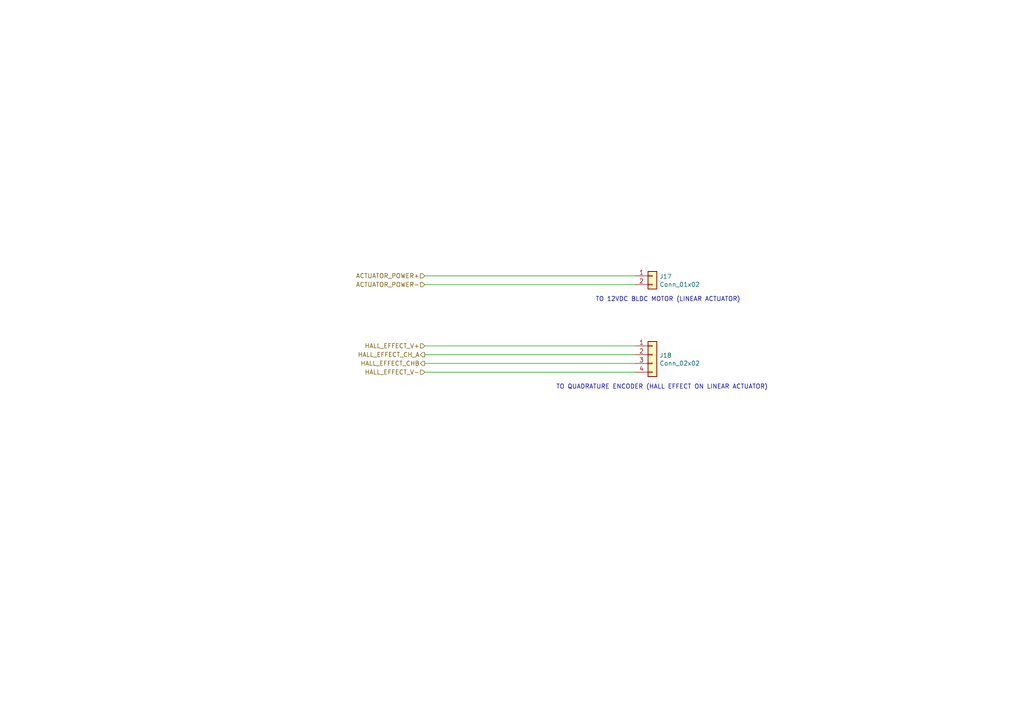
<source format=kicad_sch>
(kicad_sch (version 20230121) (generator eeschema)
  (paper "A4")
  (title_block (date "2024-09-27") (rev "1.5") (comment 1 "Design by: Matt Casari") (comment 2 "Updated by Joseph Kurina"))
  (lib_symbols
    (symbol "Connector_Generic:Conn_01x02" (pin_names (offset 1.016) hide)
      (property "Reference" "J" (at 0 2.54 0))
      (property "Value" "Conn_01x02" (at 0 -5.08 0))
      (symbol "Conn_01x02_1_1"
        (rectangle (start -1.27 -2.413) (end 0 -2.667) (stroke (width 0.1524)))
        (rectangle (start -1.27 0.127) (end 0 -0.127) (stroke (width 0.1524)))
        (rectangle (start -1.27 1.27) (end 1.27 -3.81) (stroke (width 0.254)) (fill (type background)))
        (pin passive line (at -5.08 0 0) (length 3.81) (name "Pin_1") (number "1"))
        (pin passive line (at -5.08 -2.54 0) (length 3.81) (name "Pin_2") (number "2"))
      )
    )
    (symbol "Connector_Generic:Conn_01x04" (pin_names (offset 1.016) hide)
      (property "Reference" "J" (at 0 5.08 0))
      (property "Value" "Conn_01x04" (at 0 -7.62 0))
      (symbol "Conn_01x04_1_1"
        (rectangle (start -1.27 -4.953) (end 0 -5.207) (stroke (width 0.1524)))
        (rectangle (start -1.27 -2.413) (end 0 -2.667) (stroke (width 0.1524)))
        (rectangle (start -1.27 0.127) (end 0 -0.127) (stroke (width 0.1524)))
        (rectangle (start -1.27 2.667) (end 0 2.413) (stroke (width 0.1524)))
        (rectangle (start -1.27 3.81) (end 1.27 -6.35) (stroke (width 0.254)) (fill (type background)))
        (pin passive line (at -5.08 2.54 0) (length 3.81) (name "Pin_1") (number "1"))
        (pin passive line (at -5.08 0 0) (length 3.81) (name "Pin_2") (number "2"))
        (pin passive line (at -5.08 -2.54 0) (length 3.81) (name "Pin_3") (number "3"))
        (pin passive line (at -5.08 -5.08 0) (length 3.81) (name "Pin_4") (number "4"))
      )
    )
  )
  (wire (pts (xy 123.19 105.41) (xy 184.15 105.41)))
  (wire (pts (xy 123.19 100.33) (xy 184.15 100.33)))
  (wire (pts (xy 123.19 82.55) (xy 184.15 82.55)))
  (wire (pts (xy 184.15 107.95) (xy 123.19 107.95)))
  (wire (pts (xy 184.15 102.87) (xy 123.19 102.87)))
  (wire (pts (xy 123.19 80.01) (xy 184.15 80.01)))
  (text "TO QUADRATURE ENCODER (HALL EFFECT ON LINEAR ACTUATOR)" (at 161.29 113.03 0) (effects (font (size 1.27 1.27)) (justify left bottom)))
  (text "TO 12VDC BLDC MOTOR (LINEAR ACTUATOR)" (at 172.72 87.63 0) (effects (font (size 1.27 1.27)) (justify left bottom)))
  (hierarchical_label "HALL_EFFECT_CHB" (shape output) (at 123.19 105.41 180))
  (hierarchical_label "ACTUATOR_POWER-" (shape input) (at 123.19 82.55 180))
  (hierarchical_label "HALL_EFFECT_V-" (shape input) (at 123.19 107.95 180))
  (hierarchical_label "ACTUATOR_POWER+" (shape input) (at 123.19 80.01 180))
  (hierarchical_label "HALL_EFFECT_V+" (shape input) (at 123.19 100.33 180))
  (hierarchical_label "HALL_EFFECT_CH_A" (shape output) (at 123.19 102.87 180))
  (symbol (lib_id "Connector_Generic:Conn_01x02") (at 189.23 80.01 0) (unit 1)
    (property "Reference" "J17" (at 191.262 80.2132 0) (effects (justify left)))
    (property "Value" "Conn_01x02" (at 191.262 82.5246 0) (effects (justify left)))
    (property "Footprint" "Connector_Molex:Molex_Micro-Fit_3.0_43045-0212_2x01_P3.00mm_Vertical" (effects hide))
    (property "MPN" "0430450213" (effects hide))
  )
  (symbol (lib_id "Connector_Generic:Conn_01x04") (at 189.23 102.87 0) (unit 1)
    (property "Reference" "J18" (at 191.262 103.0732 0) (effects (justify left)))
    (property "Value" "Conn_02x02" (at 191.262 105.3846 0) (effects (justify left)))
    (property "Footprint" "Connector_Molex:Molex_Micro-Fit_3.0_43045-0412_2x02_P3.00mm_Vertical" (effects hide))
    (property "MPN" "0430450413" (effects hide))
  )
)
</source>
